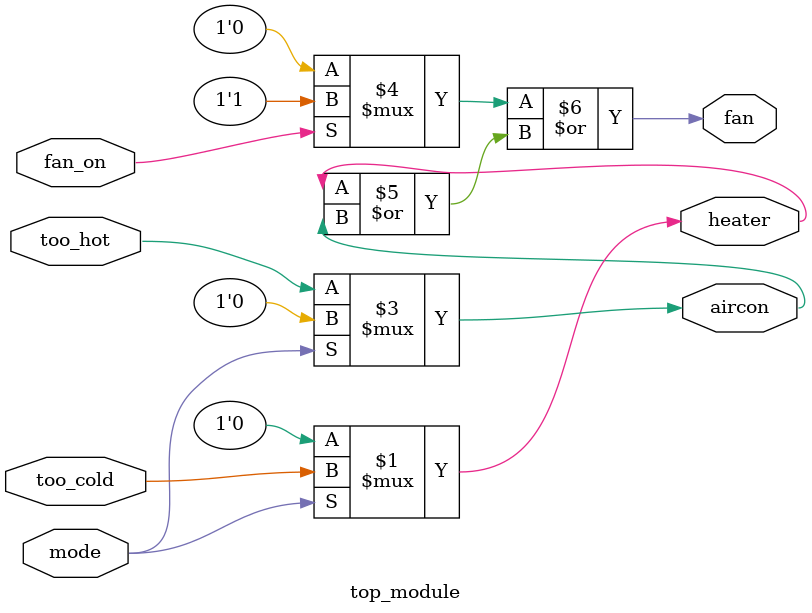
<source format=v>
module top_module (
    input too_cold,
    input too_hot,
    input mode,
    input fan_on,
    output heater,
    output aircon,
    output fan
); 

  assign heater=mode?too_cold:1'b0;
  assign aircon=~mode?too_hot:1'b0;
  assign fan=(fan_on?1'b1:1'b0)|(heater | aircon); 

endmodule

</source>
